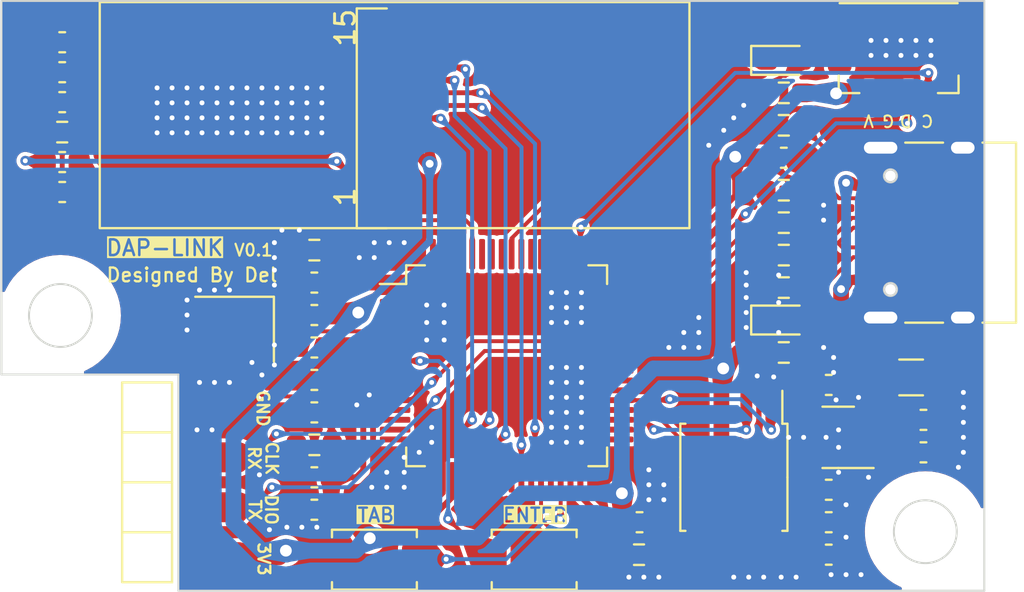
<source format=kicad_pcb>
(kicad_pcb (version 20221018) (generator pcbnew)
  (layers (0 "F.Cu" signal) (31 "B.Cu" signal) (34 "B.Paste" user) (35 "F.Paste" user) (36 "B.SilkS" user "B.Silkscreen") (37 "F.SilkS" user "F.Silkscreen") (38 "B.Mask" user) (39 "F.Mask" user) (44 "Edge.Cuts" user))
  (net 0 "")
  (net 1 "GND")
  (net 2 "+3.3V")
  (net 3 "Net-(OLED1-C2N)")
  (net 4 "Net-(OLED1-C2P)")
  (net 5 "Net-(OLED1-C1N)")
  (net 6 "Net-(OLED1-C1P)")
  (net 7 "Net-(OLED1-VCOMH)")
  (net 8 "Net-(OLED1-VCC)")
  (net 9 "/OSC_IN")
  (net 10 "/OSC_OUT")
  (net 11 "+5V")
  (net 12 "Net-(U3-BP)")
  (net 13 "Net-(D1-A)")
  (net 14 "/LED_STAT")
  (net 15 "Net-(D2-A)")
  (net 16 "VBUS")
  (net 17 "/TX")
  (net 18 "/RX")
  (net 19 "/SWDIO")
  (net 20 "/SWCLK")
  (net 21 "/OLED_CS")
  (net 22 "/OLED_RES")
  (net 23 "/OLED_DC")
  (net 24 "/OLED_SCK")
  (net 25 "/OLED_MOSI")
  (net 26 "Net-(OLED1-IREF)")
  (net 27 "/USB_DP")
  (net 28 "/USB_DM")
  (net 29 "Net-(USB1-CC1)")
  (net 30 "Net-(USB1-CC2)")
  (net 31 "/KEY_CHE")
  (net 32 "/KEY_SEL")
  (net 33 "/FLASH_SCK")
  (net 34 "/FLASH_MISO")
  (net 35 "/FLASH_MOSI")
  (net 36 "/FLASH_CS")
  (net 39 "Net-(U2-NRST)")
  (net 40 "Net-(U2-BOOT0)")
  (net 41 "Net-(U2-PB2)")
  (net 42 "Net-(U2-PA11)")
  (net 43 "Net-(U2-PA12)")
  (footprint "Capacitor_SMD:C_0603_1608Metric_Pad1.08x0.95mm_HandSolder" (layer "F.Cu") (at 85.0905 62.195)
    (fp_text reference "C5" hide)
    (fp_text value "1uF" hide)
  )
  (footprint "Capacitor_SMD:C_0603_1608Metric_Pad1.08x0.95mm_HandSolder" (layer "F.Cu") (at 124.087 82.169 180)
    (fp_text reference "C8" hide)
    (fp_text value "100nF" hide)
  )
  (footprint "Resistor_SMD:R_0603_1608Metric_Pad0.98x0.95mm_HandSolder" (layer "F.Cu") (at 121.801 68.58 180)
    (fp_text reference "R10" hide)
    (fp_text value "5K1" hide)
  )
  (footprint "Package_TO_SOT_SMD:SOT-23-5" (layer "F.Cu") (at 124.5685 76.2 180)
    (fp_text reference "U3" hide)
    (fp_text value "SPX3819M5-L-3-3" hide)
  )
  (footprint "Capacitor_SMD:C_0603_1608Metric_Pad1.08x0.95mm_HandSolder" (layer "F.Cu") (at 114.4615 80.518)
    (fp_text reference "C13" hide)
    (fp_text value "100nF" hide)
  )
  (footprint "ADel:SH1.0mm_4P_WT" (layer "F.Cu") (at 127.643 58.939)
    (fp_text reference "J1" hide)
    (fp_text value "Conn_01x04_Pin" hide)
  )
  (footprint "Package_QFP:LQFP-64_10x10mm_P0.5mm" (layer "F.Cu") (at 107.7 72.557)
    (fp_text reference "U2" hide)
    (fp_text value "STM32F103RETx" hide)
  )
  (footprint "Resistor_SMD:R_0603_1608Metric_Pad0.98x0.95mm_HandSolder" (layer "F.Cu") (at 121.801 65.278)
    (fp_text reference "R8" hide)
    (fp_text value "22R" hide)
  )
  (footprint "Capacitor_SMD:C_0603_1608Metric_Pad1.08x0.95mm_HandSolder" (layer "F.Cu") (at 128.905 75.311)
    (fp_text reference "C17" hide)
    (fp_text value "100nF" hide)
  )
  (footprint "Capacitor_SMD:C_0603_1608Metric_Pad1.08x0.95mm_HandSolder" (layer "F.Cu") (at 85.0905 63.719 180)
    (fp_text reference "C4" hide)
    (fp_text value "1uF" hide)
  )
  (footprint "Capacitor_SMD:C_0603_1608Metric_Pad1.08x0.95mm_HandSolder" (layer "F.Cu") (at 97.917 73.279 180)
    (fp_text reference "C7" hide)
    (fp_text value "20pF" hide)
  )
  (footprint "LED_SMD:LED_0603_1608Metric_Pad1.05x0.95mm_HandSolder" (layer "F.Cu") (at 121.801 57.023)
    (fp_text reference "D2" hide)
    (fp_text value "LED" hide)
  )
  (footprint "Resistor_SMD:R_0603_1608Metric_Pad0.98x0.95mm_HandSolder" (layer "F.Cu") (at 97.917 76.581)
    (fp_text reference "R5" hide)
    (fp_text value "10K" hide)
  )
  (footprint "ADel:TYPE-C-16PIN_SMD" (layer "F.Cu") (at 125.056 65.766 90)
    (fp_text reference "USB1" hide)
    (fp_text value "Type_C_16PIN" hide)
    (fp_circle (center -2.91 2.17) (end -2.585 2.17) (stroke (width 0.12)) (fill none) (layer "Edge.Cuts"))
    (fp_circle (center 2.87 2.17) (end 3.195 2.17) (stroke (width 0.12)) (fill none) (layer "Edge.Cuts"))
  )
  (footprint "Capacitor_SMD:C_0603_1608Metric_Pad1.08x0.95mm_HandSolder" (layer "F.Cu") (at 97.917 71.628 180)
    (fp_text reference "C3" hide)
    (fp_text value "20pF" hide)
  )
  (footprint "Capacitor_SMD:C_0603_1608Metric_Pad1.08x0.95mm_HandSolder" (layer "F.Cu") (at 124.087 73.533)
    (fp_text reference "C18" hide)
    (fp_text value "2.2uF" hide)
  )
  (footprint "ADel:SW_3x4" (layer "F.Cu") (at 100.973 82.423)
    (fp_text reference "SW2" hide)
    (fp_text value "KEY" hide)
  )
  (footprint "Resistor_SMD:R_0603_1608Metric_Pad0.98x0.95mm_HandSolder" (layer "F.Cu") (at 121.801 66.929)
    (fp_text reference "R7" hide)
    (fp_text value "22R" hide)
  )
  (footprint "Resistor_SMD:R_0603_1608Metric_Pad0.98x0.95mm_HandSolder" (layer "F.Cu") (at 114.435 82.169)
    (fp_text reference "R6" hide)
    (fp_text value "10K" hide)
  )
  (footprint "Capacitor_SMD:C_0603_1608Metric_Pad1.08x0.95mm_HandSolder" (layer "F.Cu") (at 97.917 79.883 180)
    (fp_text reference "C10" hide)
    (fp_text value "100nF" hide)
  )
  (footprint "ADel:SW_3x4" (layer "F.Cu") (at 109.101 82.423 180)
    (fp_text reference "SW1" hide)
    (fp_text value "KEY" hide)
  )
  (footprint "Fuse:Fuse_1206_3216Metric" (layer "F.Cu") (at 128.278 73.152)
    (fp_text reference "F1" hide)
    (fp_text value "500mA" hide)
  )
  (footprint "Capacitor_SMD:C_0603_1608Metric_Pad1.08x0.95mm_HandSolder" (layer "F.Cu") (at 97.917 69.977 180)
    (fp_text reference "C14" hide)
    (fp_text value "100nF" hide)
  )
  (footprint "Capacitor_SMD:C_0603_1608Metric_Pad1.08x0.95mm_HandSolder" (layer "F.Cu") (at 97.917 78.232 180)
    (fp_text reference "C11" hide)
    (fp_text value "100nF" hide)
  )
  (footprint "Resistor_SMD:R_0603_1608Metric_Pad0.98x0.95mm_HandSolder" (layer "F.Cu") (at 121.801 58.674)
    (fp_text reference "R3" hide)
    (fp_text value "1K" hide)
  )
  (footprint "Resistor_SMD:R_0603_1608Metric_Pad0.98x0.95mm_HandSolder" (layer "F.Cu") (at 121.801 60.325 180)
    (fp_text reference "R11" hide)
    (fp_text value "5K1" hide)
  )
  (footprint "Capacitor_SMD:C_0603_1608Metric_Pad1.08x0.95mm_HandSolder" (layer "F.Cu") (at 97.917 68.326 180)
    (fp_text reference "C12" hide)
    (fp_text value "100nF" hide)
  )
  (footprint "Capacitor_SMD:C_0603_1608Metric_Pad1.08x0.95mm_HandSolder" (layer "F.Cu") (at 85.0905 57.623 180)
    (fp_text reference "C2" hide)
    (fp_text value "4.7uF" hide)
  )
  (footprint "Capacitor_SMD:C_0603_1608Metric_Pad1.08x0.95mm_HandSolder" (layer "F.Cu") (at 85.0905 59.147 180)
    (fp_text reference "C1" hide)
    (fp_text value "2.2uF" hide)
  )
  (footprint "ADel:0.91_OLED_15P" (layer "F.Cu") (at 101.6 64.5182)
    (fp_text reference "OLED1" hide)
    (fp_text value "~" hide)
  )
  (footprint "Resistor_SMD:R_0603_1608Metric_Pad0.98x0.95mm_HandSolder" (layer "F.Cu") (at 97.917 66.675)
    (fp_text reference "R4" hide)
    (fp_text value "10K" hide)
  )
  (footprint "Capacitor_SMD:C_0603_1608Metric_Pad1.08x0.95mm_HandSolder" (layer "F.Cu") (at 97.917 74.93)
    (fp_text reference "C9" hide)
    (fp_text value "100nF" hide)
  )
  (footprint "ADel:Conn_2.54_01x04_SMD_V" (layer "F.Cu") (at 93.218 78.486 180)
    (fp_text reference "J2" hide)
    (fp_text value "Conn_01x04_Pin" hide)
  )
  (footprint "Resistor_SMD:R_0603_1608Metric_Pad0.98x0.95mm_HandSolder" (layer "F.Cu") (at 121.801 63.627)
    (fp_text reference "R9" hide)
    (fp_text value "1K5" hide)
  )
  (footprint "Resistor_SMD:R_0603_1608Metric_Pad0.98x0.95mm_HandSolder" (layer "F.Cu") (at 85.0905 60.671)
    (fp_text reference "R1" hide)
    (fp_text value "2M" hide)
  )
  (footprint "Capacitor_SMD:C_0603_1608Metric_Pad1.08x0.95mm_HandSolder" (layer "F.Cu") (at 85.0905 56.099 180)
    (fp_text reference "C6" hide)
    (fp_text value "100nF" hide)
  )
  (footprint "Capacitor_SMD:C_0603_1608Metric_Pad1.08x0.95mm_HandSolder" (layer "F.Cu") (at 124.087 78.867)
    (fp_text reference "C19" hide)
    (fp_text value "100nF" hide)
  )
  (footprint "Crystal:Crystal_SMD_3225-4Pin_3.2x2.5mm" (layer "F.Cu") (at 93.8595 70.699 180)
    (fp_text reference "Y1" hide)
    (fp_text value "8MHz" hide)
  )
  (footprint "Resistor_SMD:R_0603_1608Metric_Pad0.98x0.95mm_HandSolder" (layer "F.Cu") (at 121.801 71.882 180)
    (fp_text reference "R2" hide)
    (fp_text value "1K" hide)
  )
  (footprint "Package_SO:SOIC-8_5.23x5.23mm_P1.27mm" (layer "F.Cu") (at 119.261 78.232 -90)
    (fp_text reference "U1" hide)
    (fp_text value "W25Q32JVSS" hide)
  )
  (footprint "Capacitor_SMD:C_0603_1608Metric_Pad1.08x0.95mm_HandSolder" (layer "F.Cu") (at 121.801 61.976)
    (fp_text reference "C15" hide)
    (fp_text value "100nF" hide)
  )
  (footprint "Capacitor_SMD:C_0603_1608Metric_Pad1.08x0.95mm_HandSolder" (layer "F.Cu") (at 128.905 76.962)
    (fp_text reference "C16" hide)
    (fp_text value "10uF" hide)
  )
  (footprint "Capacitor_SMD:C_0603_1608Metric_Pad1.08x0.95mm_HandSolder" (layer "F.Cu") (at 124.087 80.518)
    (fp_text reference "C20" hide)
    (fp_text value "10uF" hide)
  )
  (footprint "LED_SMD:LED_0603_1608Metric_Pad1.05x0.95mm_HandSolder" (layer "F.Cu") (at 121.801 70.231)
    (fp_text reference "D1" hide)
    (fp_text value "LED" hide)
  )
  (gr_line (start 132 84) (end 132 54) (stroke (width 0.1)) (layer "Edge.Cuts"))
  (gr_line (start 91 73) (end 82 73) (stroke (width 0.1)) (layer "Edge.Cuts"))
  (gr_line (start 91 84) (end 132 84) (stroke (width 0.1)) (layer "Edge.Cuts"))
  (gr_circle (center 85 70) (end 86.6 70) (stroke (width 0.1)) (fill none) (layer "Edge.Cuts"))
  (gr_circle (center 129 81) (end 130.6 81) (stroke (width 0.1)) (fill none) (layer "Edge.Cuts"))
  (gr_line (start 82 54) (end 82 73) (stroke (width 0.1)) (layer "Edge.Cuts"))
  (gr_line (start 91 84) (end 91 73) (stroke (width 0.1)) (layer "Edge.Cuts"))
  (gr_line (start 132 54) (end 82 54) (stroke (width 0.1)) (layer "Edge.Cuts"))
  (gr_text "DAP-LINK" (at 87.249 67.0306) (layer "F.SilkS" knockout) (effects (font (size 0.8 0.8) (thickness 0.13)) (justify left bottom)))
  (gr_text "DIO" (at 95.377 79.0448 -90) (layer "F.SilkS") (effects (font (size 0.6 0.6) (thickness 0.12) bold) (justify left bottom)))
  (gr_text "D" (at 128.3716 59.7408 180) (layer "F.SilkS") (effects (font (size 0.6 0.6) (thickness 0.1) bold) (justify left bottom)))
  (gr_text "V0.1" (at 93.7768 67.0306) (layer "F.SilkS") (effects (font (size 0.6 0.6) (thickness 0.11) bold) (justify left bottom)))
  (gr_text "CLK" (at 95.4024 76.3524 -90) (layer "F.SilkS") (effects (font (size 0.6 0.6) (thickness 0.12) bold) (justify left bottom)))
  (gr_text "V" (at 126.4412 59.7408 180) (layer "F.SilkS") (effects (font (size 0.6 0.6) (thickness 0.1) bold) (justify left bottom)))
  (gr_text "RX" (at 94.5134 76.581 270) (layer "F.SilkS") (effects (font (size 0.6 0.6) (thickness 0.12) bold) (justify left bottom)))
  (gr_text "Designed By Del" (at 87.2744 68.3514) (layer "F.SilkS") (effects (font (size 0.7 0.7) (thickness 0.12) bold) (justify left bottom)))
  (gr_text "3V3" (at 94.996 81.4832 -90) (layer "F.SilkS") (effects (font (size 0.6 0.6) (thickness 0.12) bold) (justify left bottom)))
  (gr_text "G" (at 127.4826 59.7408 180) (layer "F.SilkS") (effects (font (size 0.6 0.6) (thickness 0.1) bold) (justify left bottom)))
  (gr_text "C" (at 129.4638 59.7408 180) (layer "F.SilkS") (effects (font (size 0.6 0.6) (thickness 0.1) bold) (justify left bottom)))
  (gr_text "TAB" (at 100.0506 80.5688) (layer "F.SilkS" knockout) (effects (font (size 0.7 0.7) (thickness 0.12) bold) (justify left bottom)))
  (gr_text "TX" (at 94.5388 79.2988 270) (layer "F.SilkS") (effects (font (size 0.6 0.6) (thickness 0.12) bold) (justify left bottom)))
  (gr_text "GND" (at 94.9452 73.7362 -90) (layer "F.SilkS") (effects (font (size 0.6 0.6) (thickness 0.12) bold) (justify left bottom)))
  (gr_text "ENTER" (at 107.442 80.5688) (layer "F.SilkS" knockout) (effects (font (size 0.7 0.7) (thickness 0.12) bold) (justify left bottom)))
  (via (at 95.25 73.025) (size 0.5) (drill 0.25) (layers "F.Cu" "B.Cu") (net 1))
  (via (at 96.774 59.182) (size 0.5) (drill 0.25) (layers "F.Cu" "B.Cu") (net 1))
  (via (at 110.744 68.834) (size 0.5) (drill 0.25) (layers "F.Cu" "B.Cu") (net 1))
  (via (at 92.837 68.707) (size 0.5) (drill 0.25) (layers "F.Cu" "B.Cu") (net 1))
  (via (at 121.539 67.945) (size 0.5) (drill 0.25) (layers "F.Cu" "B.Cu") (net 1))
  (via (at 122.428 83.312) (size 0.5) (drill 0.25) (layers "F.Cu" "B.Cu") (net 1))
  (via (at 95.25 59.944) (size 0.5) (drill 0.25) (layers "F.Cu" "B.Cu") (net 1))
  (via (at 90.678 59.182) (size 0.5) (drill 0.25) (layers "F.Cu" "B.Cu") (net 1))
  (via (at 117.475 71.628) (size 0.5) (drill 0.25) (layers "F.Cu" "B.Cu") (net 1))
  (via (at 116.713 71.628) (size 0.5) (drill 0.25) (layers "F.Cu" "B.Cu") (net 1))
  (via (at 103.886 76.454) (size 0.5) (drill 0.25) (layers "F.Cu" "B.Cu") (net 1))
  (via (at 110.744 75.692) (size 0.5) (drill 0.25) (layers "F.Cu" "B.Cu") (net 1))
  (via (at 127 56.007) (size 0.5) (drill 0.25) (layers "F.Cu" "B.Cu") (net 1))
  (via (at 95.25 58.42) (size 0.5) (drill 0.25) (layers "F.Cu" "B.Cu") (net 1))
  (via (at 119.888 70.612) (size 0.5) (drill 0.25) (layers "F.Cu" "B.Cu") (net 1))
  (via (at 129.286 56.007) (size 0.5) (drill 0.25) (layers "F.Cu" "B.Cu") (net 1))
  (via (at 124.587 76.708) (size 0.5) (drill 0.25) (layers "F.Cu" "B.Cu") (net 1))
  (via (at 130.937 76.2) (size 0.5) (drill 0.25) (layers "F.Cu" "B.Cu") (net 1))
  (via (at 111.506 68.834) (size 0.5) (drill 0.25) (layers "F.Cu" "B.Cu") (net 1))
  (via (at 94.488 60.706) (size 0.5) (drill 0.25) (layers "F.Cu" "B.Cu") (net 1))
  (via (at 97.536 60.706) (size 0.5) (drill 0.25) (layers "F.Cu" "B.Cu") (net 1))
  (via (at 92.964 60.706) (size 0.5) (drill 0.25) (layers "F.Cu" "B.Cu") (net 1))
  (via (at 100.965 66.294) (size 0.5) (drill 0.25) (layers "F.Cu" "B.Cu") (net 1))
  (via (at 91.44 59.944) (size 0.5) (drill 0.25) (layers "F.Cu" "B.Cu") (net 1))
  (via (at 102.489 77.978) (size 0.5) (drill 0.25) (layers "F.Cu" "B.Cu") (net 1))
  (via (at 119.888 67.818) (size 0.5) (drill 0.25) (layers "F.Cu" "B.Cu") (net 1))
  (via (at 93.726 58.42) (size 0.5) (drill 0.25) (layers "F.Cu" "B.Cu") (net 1))
  (via (at 113.919 83.312) (size 0.5) (drill 0.25) (layers "F.Cu" "B.Cu") (net 1))
  (via (at 123.952 76.2) (size 0.5) (drill 0.25) (layers "F.Cu" "B.Cu") (net 1))
  (via (at 120.015 83.312) (size 0.5) (drill 0.25) (layers "F.Cu" "B.Cu") (net 1))
  (via (at 92.71 75.819) (size 0.5) (drill 0.25) (layers "F.Cu" "B.Cu") (net 1))
  (via (at 95.885 66.294) (size 0.5) (drill 0.25) (layers "F.Cu" "B.Cu") (net 1))
  (via (at 128.524 56.769) (size 0.5) (drill 0.25) (layers "F.Cu" "B.Cu") (net 1))
  (via (at 123.825 65.151) (size 0.5) (drill 0.25) (layers "F.Cu" "B.Cu") (net 1))
  (via (at 101.727 66.294) (size 0.5) (drill 0.25) (layers "F.Cu" "B.Cu") (net 1))
  (via (at 104.521 71.247) (size 0.5) (drill 0.25) (layers "F.Cu" "B.Cu") (net 1))
  (via (at 117.475 70.866) (size 0.5) (drill 0.25) (layers "F.Cu" "B.Cu") (net 1))
  (via (at 116.713 70.866) (size 0.5) (drill 0.25) (layers "F.Cu" "B.Cu") (net 1))
  (via (at 100.711 74.041) (size 0.5) (drill 0.25) (layers "F.Cu" "B.Cu") (net 1))
  (via (at 89.916 58.42) (size 0.5) (drill 0.25) (layers "F.Cu" "B.Cu") (net 1))
  (via (at 104.521 69.469) (size 0.5) (drill 0.25) (layers "F.Cu" "B.Cu") (net 1))
  (via (at 119.253 83.312) (size 0.5) (drill 0.25) (layers "F.Cu" "B.Cu") (net 1))
  (via (at 93.599 73.406) (size 0.5) (drill 0.25) (layers "F.Cu" "B.Cu") (net 1))
  (via (at 109.982 74.93) (size 0.5) (drill 0.25) (layers "F.Cu" "B.Cu") (net 1))
  (via (at 95.25 59.182) (size 0.5) (drill 0.25) (layers "F.Cu" "B.Cu") (net 1))
  (via (at 92.202 60.706) (size 0.5) (drill 0.25) (layers "F.Cu" "B.Cu") (net 1))
  (via (at 110.744 69.596) (size 0.5) (drill 0.25) (layers "F.Cu" "B.Cu") (net 1))
  (via (at 92.202 58.42) (size 0.5) (drill 0.25) (layers "F.Cu" "B.Cu") (net 1))
  (via (at 94.742 72.39) (size 0.5) (drill 0.25) (layers "F.Cu" "B.Cu") (net 1))
  (via (at 114.935 78.613) (size 0.5) (drill 0.25) (layers "F.Cu" "B.Cu") (net 1))
  (via (at 114.681 83.312) (size 0.5) (drill 0.25) (layers "F.Cu" "B.Cu") (net 1))
  (via (at 114.935 77.851) (size 0.5) (drill 0.25) (layers "F.Cu" "B.Cu") (net 1))
  (via (at 103.886 75.692) (size 0.5) (drill 0.25) (layers "F.Cu" "B.Cu") (net 1))
  (via (at 97.282 80.772) (size 0.5) (drill 0.25) (layers "F.Cu" "B.Cu") (net 1))
  (via (at 130.937 76.962) (size 0.5) (drill 0.25) (layers "F.Cu" "B.Cu") (net 1))
  (via (at 94.488 58.42) (size 0.5) (drill 0.25) (layers "F.Cu" "B.Cu") (net 1))
  (via (at 96.774 58.42) (size 0.5) (drill 0.25) (layers "F.Cu" "B.Cu") (net 1))
  (via (at 92.964 58.42) (size 0.5) (drill 0.25) (layers "F.Cu" "B.Cu") (net 1))
  (via (at 130.937 75.438) (size 0.5) (drill 0.25) (layers "F.Cu" "B.Cu") (net 1))
  (via (at 98.298 60.706) (size 0.5) (drill 0.25) (layers "F.Cu" "B.Cu") (net 1))
  (via (at 115.697 79.375) (size 0.5) (drill 0.25) (layers "F.Cu" "B.Cu") (net 1))
  (via (at 102.489 78.74) (size 0.5) (drill 0.25) (layers "F.Cu" "B.Cu") (net 1))
  (via (at 127.762 56.007) (size 0.5) (drill 0.25) (layers "F.Cu" "B.Cu") (net 1))
  (via (at 119.253 59.944) (size 0.5) (drill 0.25) (layers "F.Cu" "B.Cu") (net 1))
  (via (at 111.506 69.596) (size 0.5) (drill 0.25) (layers "F.Cu" "B.Cu") (net 1))
  (via (at 110.744 74.168) (size 0.5) (drill 0.25) (layers "F.Cu" "B.Cu") (net 1))
  (via (at 92.202 59.182) (size 0.5) (drill 0.25) (layers "F.Cu" "B.Cu") (net 1))
  (via (at 92.075 68.707) (size 0.5) (drill 0.25) (layers "F.Cu" "B.Cu") (net 1))
  (via (at 98.298 59.944) (size 0.5) (drill 0.25) (layers "F.Cu" "B.Cu") (net 1))
  (via (at 109.982 70.358) (size 0.5) (drill 0.25) (layers "F.Cu" "B.Cu") (net 1))
  (via (at 111.506 75.692) (size 0.5) (drill 0.25) (layers "F.Cu" "B.Cu") (net 1))
  (via (at 123.825 71.628) (size 0.5) (drill 0.25) (layers "F.Cu" "B.Cu") (net 1))
  (via (at 124.46 74.295) (size 0.5) (drill 0.25) (layers "F.Cu" "B.Cu") (net 1))
  (via (at 110.744 70.358) (size 0.5) (drill 0.25) (layers "F.Cu" "B.Cu") (net 1))
  (via (at 89.916 59.944) (size 0.5) (drill 0.25) (layers "F.Cu" "B.Cu") (net 1))
  (via (at 97.536 58.42) (size 0.5) (drill 0.25) (layers "F.Cu" "B.Cu") (net 1))
  (via (at 95.25 60.706) (size 0.5) (drill 0.25) (layers "F.Cu" "B.Cu") (net 1))
  (via (at 119.888 69.088) (size 0.5) (drill 0.25) (layers "F.Cu" "B.Cu") (net 1))
  (via (at 130.937 74.676) (size 0.5) (drill 0.25) (layers "F.Cu" "B.Cu") (net 1))
  (via (at 120.4468 73.0758) (size 0.5) (drill 0.25) (layers "F.Cu" "B.Cu") (net 1))
  (via (at 126.111 78.232) (size 0.5) (drill 0.25) (layers "F.Cu" "B.Cu") (net 1))
  (via (at 93.599 68.707) (size 0.5) (drill 0.25) (layers "F.Cu" "B.Cu") (net 1))
  (via (at 128.524 56.007) (size 0.5) (drill 0.25) (layers "F.Cu" "B.Cu") (net 1))
  (via (at 93.726 59.182) (size 0.5) (drill 0.25) (layers "F.Cu" "B.Cu") (net 1))
  (via (at 94.488 59.182) (size 0.5) (drill 0.25) (layers "F.Cu" "B.Cu") (net 1))
  (via (at 102.489 77.216) (size 0.5) (drill 0.25) (layers "F.Cu" "B.Cu") (net 1))
  (via (at 109.982 74.168) (size 0.5) (drill 0.25) (layers "F.Cu" "B.Cu") (net 1))
  (via (at 96.012 60.706) (size 0.5) (drill 0.25) (layers "F.Cu" "B.Cu") (net 1))
  (via (at 110.744 73.406) (size 0.5) (drill 0.25) (layers "F.Cu" "B.Cu") (net 1))
  (via (at 130.683 77.724) (size 0.5) (drill 0.25) (layers "F.Cu" "B.Cu") (net 1))
  (via (at 92.964 59.182) (size 0.5) (drill 0.25) (layers "F.Cu" "B.Cu") (net 1))
  (via (at 95.885 72.517) (size 0.5) (drill 0.25) (layers "F.Cu" "B.Cu") (net 1))
  (via (at 97.155 65.659) (size 0.5) (drill 0.25) (layers "F.Cu" "B.Cu") (net 1))
  (via (at 121.285 73.1266) (size 0.5) (drill 0.25) (layers "F.Cu" "B.Cu") (net 1))
  (via (at 124.206 83.185) (size 0.5) (drill 0.25) (layers "F.Cu" "B.Cu") (net 1))
  (via (at 91.44 69.977) (size 0.5) (drill 0.25) (layers "F.Cu" "B.Cu") (net 1))
  (via (at 100.076 74.549) (size 0.5) (drill 0.25) (layers "F.Cu" "B.Cu") (net 1))
  (via (at 109.982 72.644) (size 0.5) (drill 0.25) (layers "F.Cu" "B.Cu") (net 1))
  (via (at 91.44 70.739) (size 0.5) (drill 0.25) (layers "F.Cu" "B.Cu") (net 1))
  (via (at 126.238 56.007) (size 0.5) (drill 0.25) (layers "F.Cu" "B.Cu") (net 1))
  (via (at 109.982 68.834) (size 0.5) (drill 0.25) (layers "F.Cu" "B.Cu") (net 1))
  (via (at 114.935 79.375) (size 0.5) (drill 0.25) (layers "F.Cu" "B.Cu") (net 1))
  (via (at 119.888 68.453) (size 0.5) (drill 0.25) (layers "F.Cu" "B.Cu") (net 1))
  (via (at 96.012 59.944) (size 0.5) (drill 0.25) (layers "F.Cu" "B.Cu") (net 1))
  (via (at 96.774 59.944) (size 0.5) (drill 0.25) (layers "F.Cu" "B.Cu") (net 1))
  (via (at 96.266 65.659) (size 0.5) (drill 0.25) (layers "F.Cu" "B.Cu") (net 1))
  (via (at 97.536 59.944) (size 0.5) (drill 0.25) (layers "F.Cu" "B.Cu") (net 1))
  (via (at 127 56.769) (size 0.5) (drill 0.25) (layers "F.Cu" "B.Cu") (net 1))
  (via (at 95.885 68.453) (size 0.5) (drill 0.25) (layers "F.Cu" "B.Cu") (net 1))
  (via (at 111.506 76.454) (size 0.5) (drill 0.25) (layers "F.Cu" "B.Cu") (net 1))
  (via (at 109.982 76.454) (size 0.5) (drill 0.25) (layers "F.Cu" "B.Cu") (net 1))
  (via (at 117.475 70.104) (size 0.5) (drill 0.25) (layers "F.Cu" "B.Cu") (net 1))
  (via (at 119.888 69.85) (size 0.5) (drill 0.25) (layers "F.Cu" "B.Cu") (net 1))
  (via (at 100.965 67.056) (size 0.5) (drill 0.25) (layers "F.Cu" "B.Cu") (net 1))
  (via (at 104.521 70.358) (size 0.5) (drill 0.25) (layers "F.Cu" "B.Cu") (net 1))
  (via (at 111.506 70.358) (size 0.5) (drill 0.25) (layers "F.Cu" "B.Cu") (net 1))
  (via (at 89.916 59.182) (size 0.5) (drill 0.25) (layers "F.Cu" "B.Cu") (net 1))
  (via (at 96.774 60.706) (size 0.5) (drill 0.25) (layers "F.Cu" "B.Cu") (net 1))
  (via (at 124.968 83.185) (size 0.5) (drill 0.25) (layers "F.Cu" "B.Cu") (net 1))
  (via (at 101.6 77.978) (size 0.5) (drill 0.25) (layers "F.Cu" "B.Cu") (net 1))
  (via (at 92.837 73.406) (size 0.5) (drill 0.25) (layers "F.Cu" "B.Cu") (net 1))
  (via (at 96.012 58.42) (size 0.5) (drill 0.25) (layers "F.Cu" "B.Cu") (net 1))
  (via (at 109.982 73.406) (size 0.5) (drill 0.25) (layers "F.Cu" "B.Cu") (net 1))
  (via (at 110.744 74.93) (size 0.5) (drill 0.25) (layers "F.Cu" "B.Cu") (net 1))
  (via (at 125.603 74.168) (size 0.5) (drill 0.25) (layers "F.Cu" "B.Cu") (net 1))
  (via (at 110.744 76.454) (size 0.5) (drill 0.25) (layers "F.Cu" "B.Cu") (net 1))
  (via (at 124.968 79.629) (size 0.5) (drill 0.25) (layers "F.Cu" "B.Cu") (net 1))
  (via (at 122.047 76.2) (size 0.5) (drill 0.25) (layers "F.Cu" "B.Cu") (net 1))
  (via (at 96.52 80.772) (size 0.5) (drill 0.25) (layers "F.Cu" "B.Cu") (net 1))
  (via (at 103.632 71.247) (size 0.5) (drill 0.25) (layers "F.Cu" "B.Cu") (net 1))
  (via (at 127.762 56.769) (size 0.5) (drill 0.25) (layers "F.Cu" "B.Cu") (net 1))
  (via (at 109.982 69.596) (size 0.5) (drill 0.25) (layers "F.Cu" "B.Cu") (net 1))
  (via (at 94.488 59.944) (size 0.5) (drill 0.25) (layers "F.Cu" "B.Cu") (net 1))
  (via (at 121.539 69.342) (size 0.5) (drill 0.25) (layers "F.Cu" "B.Cu") (net 1))
  (via (at 121.539 70.866) (size 0.5) (drill 0.25) (layers "F.Cu" "B.Cu") (net 1))
  (via (at 130.937 73.914) (size 0.5) (drill 0.25) (layers "F.Cu" "B.Cu") (net 1))
  (via (at 115.443 83.312) (size 0.5) (drill 0.25) (layers "F.Cu" "B.Cu") (net 1))
  (via (at 91.44 58.42) (size 0.5) (drill 0.25) (layers "F.Cu" "B.Cu") (net 1))
  (via (at 91.44 59.182) (size 0.5) (drill 0.25) (layers "F.Cu" "B.Cu") (net 1))
  (via (at 91.44 69.215) (size 0.5) (drill 0.25) (layers "F.Cu" "B.Cu") (net 1))
  (via (at 92.075 73.406) (size 0.5) (drill 0.25) (layers "F.Cu" "B.Cu") (net 1))
  (via (at 124.333 72.136) (size 0.5) (drill 0.25) (layers "F.Cu" "B.Cu") (net 1))
  (via (at 93.726 60.706) (size 0.5) (drill 0.25) (layers "F.Cu" "B.Cu") (net 1))
  (via (at 96.012 59.182) (size 0.5) (drill 0.25) (layers "F.Cu" "B.Cu") (net 1))
  (via (at 129.286 56.769) (size 0.5) (drill 0.25) (layers "F.Cu" "B.Cu") (net 1))
  (via (at 92.964 59.944) (size 0.5) (drill 0.25) (layers "F.Cu" "B.Cu") (net 1))
  (via (at 115.697 78.613) (size 0.5) (drill 0.25) (layers "F.Cu" "B.Cu") (net 1))
  (via (at 90.678 59.944) (size 0.5) (drill 0.25) (layers "F.Cu" "B.Cu") (net 1))
  (via (at 115.951 71.628) (size 0.5) (drill 0.25) (layers "F.Cu" "B.Cu") (net 1))
  (via (at 103.632 69.469) (size 0.5) (drill 0.25) (layers "F.Cu" "B.Cu") (net 1))
  (via (at 111.506 74.168) (size 0.5) (drill 0.25) (layers "F.Cu" "B.Cu") (net 1))
  (via (at 91.44 60.706) (size 0.5) (drill 0.25) (layers "F.Cu" "B.Cu") (net 1))
  (via (at 92.202 59.944) (size 0.5) (drill 0.25) (layers "F.Cu" "B.Cu") (net 1))
  (via (at 125.73 83.185) (size 0.5) (drill 0.25) (layers "F.Cu" "B.Cu") (net 1))
  (via (at 103.632 70.358) (size 0.5) (drill 0.25) (layers "F.Cu" "B.Cu") (net 1))
  (via (at 110.744 72.644) (size 0.5) (drill 0.25) (layers "F.Cu" "B.Cu") (net 1))
  (via (at 117.983 61.341) (size 0.5) (drill 0.25) (layers "F.Cu" "B.Cu") (net 1))
  (via (at 101.6 78.74) (size 0.5) (drill 0.25) (layers "F.Cu" "B.Cu") (net 1))
  (via (at 98.044 80.772) (size 0.5) (drill 0.25) (layers "F.Cu" "B.Cu") (net 1))
  (via (at 124.333 72.898) (size 0.5) (drill 0.25) (layers "F.Cu" "B.Cu") (net 1))
  (via (at 95.885 67.056) (size 0.5) (drill 0.25) (layers "F.Cu" "B.Cu") (net 1))
  (via (at 111.506 73.406) (size 0.5) (drill 0.25) (layers "F.Cu" "B.Cu") (net 1))
  (via (at 98.298 58.42) (size 0.5) (drill 0.25) (layers "F.Cu" "B.Cu") (net 1))
  (via (at 93.726 59.944) (size 0.5) (drill 0.25) (layers "F.Cu" "B.Cu") (net 1))
  (via (at 111.506 72.644) (size 0.5) (drill 0.25) (layers "F.Cu" "B.Cu") (net 1))
  (via (at 111.506 74.93) (size 0.5) (drill 0.25) (layers "F.Cu" "B.Cu") (net 1))
  (via (at 98.298 59.182) (size 0.5) (drill 0.25) (layers "F.Cu" "B.Cu") (net 1))
  (via (at 95.885 71.501) (size 0.5) (drill 0.25) (layers "F.Cu" "B.Cu") (net 1))
  (via (at 120.777 83.312) (size 0.5) (drill 0.25) (layers "F.Cu" "B.Cu") (net 1))
  (via (at 95.123 78.105) (size 0.5) (drill 0.25) (layers "F.Cu" "B.Cu") (net 1))
  (via (at 122.809 76.2) (size 0.5) (drill 0.25) (layers "F.Cu" "B.Cu") (net 1))
  (via (at 90.678 58.42) (size 0.5) (drill 0.25) (layers "F.Cu" "B.Cu") (net 1))
  (via (at 100.203 67.056) (size 0.5) (drill 0.25) (layers "F.Cu" "B.Cu") (net 1))
  (via (at 118.745 60.579) (size 0.5) (drill 0.25) (layers "F.Cu" "B.Cu") (net 1))
  (via (at 121.666 83.312) (size 0.5) (drill 0.25) (layers "F.Cu" "B.Cu") (net 1))
  (via (at 123.825 64.389) (size 0.5) (drill 0.25) (layers "F.Cu" "B.Cu") (net 1))
  (via (at 95.631 80.899) (size 0.5) (drill 0.25) (layers "F.Cu" "B.Cu") (net 1))
  (via (at 109.982 75.692) (size 0.5) (drill 0.25) (layers "F.Cu" "B.Cu") (net 1))
  (via (at 124.587 77.978) (size 0.5) (drill 0.25) (layers "F.Cu" "B.Cu") (net 1))
  (via (at 102.489 66.294) (size 0.5) (drill 0.25) (layers "F.Cu" "B.Cu") (net 1))
  (via (at 103.251 76.962) (size 0.5) (drill 0.25) (layers "F.Cu" "B.Cu") (net 1))
  (via (at 126.238 56.769) (size 0.5) (drill 0.25) (layers "F.Cu" "B.Cu") (net 1))
  (via (at 89.916 60.706) (size 0.5) (drill 0.25) (layers "F.Cu" "B.Cu") (net 1))
  (via (at 124.587 75.819) (size 0.5) (drill 0.25) (layers "F.Cu" "B.Cu") (net 1))
  (via (at 91.948 75.819) (size 0.5) (drill 0.25) (layers "F.Cu" "B.Cu") (net 1))
  (via (at 124.968 81.28) (size 0.5) (drill 0.25) (layers "F.Cu" "B.Cu") (net 1))
  (via (at 90.678 60.706) (size 0.5) (drill 0.25) (layers "F.Cu" "B.Cu") (net 1))
  (via (at 100.838 78.74) (size 0.5) (drill 0.25) (layers "F.Cu" "B.Cu") (net 1))
  (via (at 119.761 59.309) (size 0.5) (drill 0.25) (layers "F.Cu" "B.Cu") (net 1))
  (via (at 95.885 67.691) (size 0.5) (drill 0.25) (layers "F.Cu" "B.Cu") (net 1))
  (via (at 97.536 59.182) (size 0.5) (drill 0.25) (layers "F.Cu" "B.Cu") (net 1))
  (segment (start 98.7795 79.883) (end 98.7795 78.232) (width 0.8) (layer "F.Cu") (net 2))
  (segment (start 100.4062 77.8764) (end 100.4062 75.3618) (width 0.3) (layer "F.Cu") (net 2))
  (segment (start 123.2245 82.169) (end 120.233 82.169) (width 0.8) (layer "F.Cu") (net 2))
  (segment (start 118.6942 72.6948) (end 118.7196 72.6948) (width 0.8) (layer "F.Cu") (net 2))
  (segment (start 98.6555 78.232) (end 97.0045 76.581) (width 0.35) (layer "F.Cu") (net 2))
  (segment (start 118.7196 72.6948) (end 118.7196 72.6694) (width 0.8) (layer "F.Cu") (net 2))
  (segment (start 103.7844 61.2648) (end 103.1378 60.6182) (width 0.35) (layer "F.Cu") (net 2))
  (segment (start 118.626 72.763) (end 118.6942 72.6948) (width 0.8) (layer "F.Cu") (net 2))
  (segment (start 111.45 79.192) (end 112.776 80.518) (width 0.3) (layer "F.Cu") (net 2))
  (segment (start 103.4288 68.326) (end 103.95 67.8048) (width 0.3) (layer "F.Cu") (net 2))
  (segment (start 118.626 76.3096) (end 118.626 74.632) (width 0.8) (layer "F.Cu") (net 2))
  (segment (start 98.8049 79.9084) (end 98.7795 79.883) (width 0.3) (layer "F.Cu") (net 2))
  (segment (start 104.95 78.232) (end 104.95 79.2254) (width 0.3) (layer "F.Cu") (net 2))
  (segment (start 120.8877 61.9252) (end 120.9385 61.976) (width 0.8) (layer "F.Cu") (net 2))
  (segment (start 123.3685 77.15) (end 123.3685 82.025) (width 0.8) (layer "F.Cu") (net 2))
  (segment (start 96.4692 81.9658) (end 96.139 82.296) (width 0.8) (layer "F.Cu") (net 2))
  (segment (start 113.375 68.807) (end 114.4286 68.807) (width 0.3) (layer "F.Cu") (net 2))
  (segment (start 100.1522 69.803759) (end 101.148959 68.807) (width 0.3) (layer "F.Cu") (net 2))
  (segment (start 100.7364 81.3054) (end 99.314 79.883) (width 0.8) (layer "F.Cu") (net 2))
  (segment (start 113.5634 80.4824) (end 113.599 80.518) (width 0.8) (layer "F.Cu") (net 2))
  (segment (start 100.961 74.807) (end 102.025 74.807) (width 0.3) (layer "F.Cu") (net 2))
  (segment (start 98.7795 69.977) (end 98.7795 68.326) (width 0.8) (layer "F.Cu") (net 2))
  (segment (start 101.148959 68.807) (end 102.025 68.807) (width 0.3) (layer "F.Cu") (net 2))
  (segment (start 126.143 58.939) (end 125.878 58.674) (width 0.8) (layer "F.Cu") (net 2))
  (segment (start 119.507 71.882) (end 120.8885 71.882) (width 0.8) (layer "F.Cu") (net 2))
  (segment (start 104.267 79.9084) (end 98.8049 79.9084) (width 0.3) (layer "F.Cu") (net 2))
  (segment (start 100.4062 75.3618) (end 100.961 74.807) (width 0.3) (layer "F.Cu") (net 2))
  (segment (start 122.7135 63.627) (end 122.5895 63.627) (width 0.35) (layer "F.Cu") (net 2))
  (segment (start 111.45 78.232) (end 111.45 79.192) (width 0.3) (layer "F.Cu") (net 2))
  (segment (start 100.1522 69.85) (end 98.9065 69.85) (width 0.8) (layer "F.Cu") (net 2))
  (segment (start 119.9896 81.7384) (end 119.9896 77.6732) (width 0.8) (layer "F.Cu") (net 2))
  (segment (start 124.46 58.6994) (end 124.4346 58.674) (width 0.8) (layer "F.Cu") (net 2))
  (segment (start 113.5634 79.0448) (end 113.5634 80.4824) (width 0.8) (layer "F.Cu") (net 2))
  (segment (start 100.7364 81.3308) (end 100.7364 81.3054) (width 0.8) (layer "F.Cu") (net 2))
  (segment (start 119.9896 77.6732) (end 118.626 76.3096) (width 0.8) (layer "F.Cu") (net 2))
  (segment (start 100.1522 69.85) (end 100.1522 69.803759) (width 0.3) (layer "F.Cu") (net 2))
  (segment (start 118.7196 72.6694) (end 119.507 71.882) (width 0.8) (layer "F.Cu") (net 2))
  (segment (start 96.139 82.296) (end 93.218 82.296) (width 0.8) (layer "F.Cu") (net 2))
  (segment (start 112.776 80.518) (end 113.599 80.518) (width 0.3) (layer "F.Cu") (net 2))
  (segment (start 98.9065 69.85) (end 98.7795 69.977) (width 0.8) (layer "F.Cu") (net 2))
  (segment (start 98.7795 78.232) (end 100.0506 78.232) (width 0.3) (layer "F.Cu") (net 2))
  (segment (start 103.95 67.8048) (end 103.95 66.882) (width 0.3) (layer "F.Cu") (net 2))
  (segment (start 119.3292 61.9252) (end 120.8877 61.9252) (width 0.8) (layer "F.Cu") (net 2))
  (segment (start 103.7844 62.2808) (end 103.4218 61.9182) (width 0.35) (layer "F.Cu") (net 2))
  (segment (start 103.7844 62.2808) (end 103.7844 61.2648) (width 0.35) (layer "F.Cu") (net 2))
  (segment (start 119.3292 63.9064) (end 119.3292 61.9252) (width 0.3) (layer "F.Cu") (net 2))
  (segment (start 114.4286 68.807) (end 119.3292 63.9064) (width 0.3) (layer "F.Cu") (net 2))
  (segment (start 123.3685 82.025) (end 123.2245 82.169) (width 0.8) (layer "F.Cu") (net 2))
  (segment (start 99.314 79.883) (end 98.7795 79.883) (width 0.8) (layer "F.Cu") (net 2))
  (segment (start 118.626 74.632) (end 118.626 72.763) (width 0.8) (layer "F.Cu") (net 2))
  (segment (start 103.4218 61.9182) (end 101.6 61.9182) (width 0.35) (layer "F.Cu") (net 2))
  (segment (start 98.7795 68.326) (end 103.4288 68.326) (width 0.8) (layer "F.Cu") (net 2))
  (segment (start 100.0506 78.232) (end 100.4062 77.8764) (width 0.3) (layer "F.Cu") (net 2))
  (segment (start 125.878 58.674) (end 124.4854 58.674) (width 0.8) (layer "F.Cu") (net 2))
  (segment (start 124.4346 58.674) (end 122.7135 58.674) (width 0.8) (layer "F.Cu") (net 2))
  (segment (start 122.5895 63.627) (end 120.9385 61.976) (width 0.35) (layer "F.Cu") (net 2))
  (segment (start 103.1378 60.6182) (end 101.6 60.6182) (width 0.35) (layer "F.Cu") (net 2))
  (segment (start 104.95 79.2254) (end 104.267 79.9084) (width 0.3) (layer "F.Cu") (net 2))
  (segment (start 98.7795 78.232) (end 98.6555 78.232) (width 0.35) (layer "F.Cu") (net 2))
  (segment (start 124.4854 58.674) (end 124.46 58.6994) (width 0.8) (layer "F.Cu") (net 2))
  (via (at 103.7844 62.2808) (size 0.8) (drill 0.4) (layers "F.Cu" "B.Cu") (net 2))
  (via (at 96.4692 81.9658) (size 1.2) (drill 0.6) (layers "F.Cu" "B.Cu") (net 2))
  (via (at 124.46 58.6994) (size 1.2) (drill 0.6) (layers "F.Cu" "B.Cu") (net 2))
  (via (at 100.7364 81.3308) (size 1.2) (drill 0.6) (layers "F.Cu" "B.Cu") (net 2))
  (via (at 100.1522 69.85) (size 1.2) (drill 0.6) (layers "F.Cu" "B.Cu") (net 2))
  (via (at 119.3292 61.9252) (size 1.2) (drill 0.6) (layers "F.Cu" "B.Cu") (net 2))
  (via (at 113.5634 79.0448) (size 1.2) (drill 0.6) (layers "F.Cu" "B.Cu") (net 2))
  (via (at 118.7196 72.6948) (size 1.2) (drill 0.6) (layers "F.Cu" "B.Cu") (net 2))
  (segment (start 100.7618 81.3054) (end 106.2228 81.3054) (width 0.8) (layer "B.Cu") (net 2))
  (segment (start 106.2228 81.3054) (end 108.4834 79.0448) (width 0.8) (layer "B.Cu") (net 2))
  (segment (start 108.4834 79.0448) (end 113.5634 79.0448) (width 0.8) (layer "B.Cu") (net 2))
  (segment (start 96.4692 81.9658) (end 100.0252 81.9658) (width 0.8) (layer "B.Cu") (net 2))
  (segment (start 93.8022 76.2) (end 100.1522 69.85) (width 0.8) (layer "B.Cu") (net 2))
  (segment (start 100.7364 81.3308) (end 100.7618 81.3054) (width 0.8) (layer "B.Cu") (net 2))
  (segment (start 100.0252 81.9658) (end 100.6602 81.3308) (width 0.8) (layer "B.Cu") (net 2))
  (segment (start 115.168618 72.6948) (end 113.5634 74.300018) (width 0.8) (layer "B.Cu") (net 2))
  (segment (start 118.7196 72.6948) (end 115.168618 72.6948) (width 0.8) (layer "B.Cu") (net 2))
  (segment (start 93.8022 80.518) (end 93.8022 76.2) (width 0.8) (layer "B.Cu") (net 2))
  (segment (start 113.5634 74.300018) (end 113.5634 79.0448) (width 0.8) (layer "B.Cu") (net 2))
  (segment (start 100.1522 69.85) (end 103.7844 66.2178) (width 0.35) (layer "B.Cu") (net 2))
  (segment (start 124.46 58.6994) (end 122.555 58.6994) (width 0.8) (layer "B.Cu") (net 2))
  (segment (start 122.555 58.6994) (end 119.3292 61.9252) (width 0.8) (layer "B.Cu") (net 2))
  (segment (start 100.6602 81.3308) (end 100.7364 81.3308) (width 0.8) (layer "B.Cu") (net 2))
  (segment (start 95.25 81.9658) (end 93.8022 80.518) (width 0.8) (layer "B.Cu") (net 2))
  (segment (start 118.7196 72.6948) (end 118.7196 62.5348) (width 0.8) (layer "B.Cu") (net 2))
  (segment (start 118.7196 62.5348) (end 119.3292 61.9252) (width 0.8) (layer "B.Cu") (net 2))
  (segment (start 96.4692 81.9658) (end 95.25 81.9658) (width 0.8) (layer "B.Cu") (net 2))
  (segment (start 103.7844 66.2178) (end 103.7844 62.2808) (width 0.35) (layer "B.Cu") (net 2))
  (segment (start 86.1022 63.8682) (end 101.6 63.8682) (width 0.25) (layer "F.Cu") (net 3))
  (segment (start 85.953 63.719) (end 86.1022 63.8682) (width 0.25) (layer "F.Cu") (net 3))
  (segment (start 97.1042 64.8208) (end 85.3298 64.8208) (width 0.25) (layer "F.Cu") (net 4))
  (segment (start 97.4068 64.5182) (end 97.1042 64.8208) (width 0.25) (layer "F.Cu") (net 4))
  (segment (start 101.6 64.5182) (end 97.4068 64.5182) (width 0.25) (layer "F.Cu") (net 4))
  (segment (start 85.3298 64.8208) (end 84.228 63.719) (width 0.25) (layer "F.Cu") (net 4))
  (segment (start 99.06 62.1538) (end 99.4744 62.5682) (width 0.25) (layer "F.Cu") (net 5))
  (segment (start 83.2104 62.1284) (end 84.1614 62.1284) (width 0.25) (layer "F.Cu") (net 5))
  (segment (start 84.1614 62.1284) (end 84.228 62.195) (width 0.25) (layer "F.Cu") (net 5))
  (segment (start 99.4744 62.5682) (end 101.6 62.5682) (width 0.25) (layer "F.Cu") (net 5))
  (via (at 83.2104 62.1284) (size 0.5) (drill 0.25) (layers "F.Cu" "B.Cu") (net 5))
  (via (at 99.06 62.1538) (size 0.5) (drill 0.25) (layers "F.Cu" "B.Cu") (net 5))
  (segment (start 99.06 62.1538) (end 83.2358 62.1538) (width 0.25) (layer "B.Cu") (net 5))
  (segment (start 83.2358 62.1538) (end 83.2104 62.1284) (width 0.25) (layer "B.Cu") (net 5))
  (segment (start 86.1726 62.195) (end 85.953 62.195) (width 0.25) (layer "F.Cu") (net 6))
  (segment (start 87.1958 63.2182) (end 86.1726 62.195) (width 0.25) (layer "F.Cu") (net 6))
  (segment (start 101.6 63.2182) (end 87.1958 63.2182) (width 0.25) (layer "F.Cu") (net 6))
  (segment (start 85.9632 59.147) (end 89.042 56.0682) (width 0.25) (layer "F.Cu") (net 7))
  (segment (start 85.953 59.147) (end 85.9632 59.147) (width 0.25) (layer "F.Cu") (net 7))
  (segment (start 89.042 56.0682) (end 101.6 56.0682) (width 0.25) (layer "F.Cu") (net 7))
  (segment (start 101.6 55.4182) (end 88.1578 55.4182) (width 0.25) (layer "F.Cu") (net 8))
  (segment (start 86.242 56.388) (end 85.953 56.099) (width 0.25) (layer "F.Cu") (net 8))
  (segment (start 85.953 57.623) (end 85.953 56.099) (width 0.25) (layer "F.Cu") (net 8))
  (segment (start 87.477 56.099) (end 85.953 56.099) (width 0.25) (layer "F.Cu") (net 8))
  (segment (start 88.1578 55.4182) (end 87.477 56.099) (width 0.25) (layer "F.Cu") (net 8))
  (segment (start 95.2755 69.849) (end 94.9595 69.849) (width 0.2) (layer "F.Cu") (net 9))
  (segment (start 97.0545 71.628) (end 95.2755 69.849) (width 0.2) (layer "F.Cu") (net 9))
  (segment (start 102.025 70.807) (end 97.8755 70.807) (width 0.2) (layer "F.Cu") (net 9))
  (segment (start 97.8755 70.807) (end 97.0545 71.628) (width 0.2) (layer "F.Cu") (net 9))
  (segment (start 102.025 71.307) (end 100.7515 71.307) (width 0.2) (layer "F.Cu") (net 10))
  (segment (start 100.7515 71.307) (end 98.7795 73.279) (width 0.2) (layer "F.Cu") (net 10))
  (segment (start 92.7595 71.5505) (end 92.7595 71.549) (width 0.2) (layer "F.Cu") (net 10))
  (segment (start 98.7795 73.279) (end 97.9413 74.1172) (width 0.2) (layer "F.Cu") (net 10))
  (segment (start 97.9413 74.1172) (end 95.3262 74.1172) (width 0.2) (layer "F.Cu") (net 10))
  (segment (start 95.3262 74.1172) (end 92.7595 71.5505) (width 0.2) (layer "F.Cu") (net 10))
  (segment (start 125.7685 75.25) (end 128.0145 75.25) (width 0.65) (layer "F.Cu") (net 11))
  (segment (start 129.286 73.152) (end 128.0505 74.3875) (width 0.8) (layer "F.Cu") (net 11))
  (segment (start 128.0505 75.214) (end 128.0505 76.835) (width 0.8) (layer "F.Cu") (net 11))
  (segment (start 129.678 73.152) (end 129.286 73.152) (width 0.8) (layer "F.Cu") (net 11))
  (segment (start 127.7355 77.15) (end 128.0505 76.835) (width 0.65) (layer "F.Cu") (net 11))
  (segment (start 128.0145 75.25) (end 128.0505 75.214) (width 0.65) (layer "F.Cu") (net 11))
  (segment (start 128.0505 74.3875) (end 128.0505 75.214) (width 0.8) (layer "F.Cu") (net 11))
  (segment (start 125.7685 77.15) (end 127.7355 77.15) (width 0.65) (layer "F.Cu") (net 11))
  (segment (start 123.3685 73.677) (end 123.2245 73.533) (width 0.8) (layer "F.Cu") (net 12))
  (segment (start 123.3685 75.25) (end 123.3685 73.677) (width 0.8) (layer "F.Cu") (net 12))
  (segment (start 122.7135 70.2685) (end 122.676 70.231) (width 0.8) (layer "F.Cu") (net 13))
  (segment (start 122.7135 71.882) (end 122.7135 70.2685) (width 0.8) (layer "F.Cu") (net 13))
  (segment (start 117.00367 57.023) (end 120.926 57.023) (width 0.2) (layer "F.Cu") (net 14))
  (segment (start 107.95 66.882) (end 107.95 66.07667) (width 0.2) (layer "F.Cu") (net 14))
  (segment (start 107.95 66.07667) (end 117.00367 57.023) (width 0.2) (layer "F.Cu") (net 14))
  (segment (start 120.8885 58.6133) (end 121.6914 57.8104) (width 0.2) (layer "F.Cu") (net 15))
  (segment (start 120.8885 58.674) (end 120.8885 58.6133) (width 0.2) (layer "F.Cu") (net 15))
  (segment (start 121.8886 57.8104) (end 122.676 57.023) (width 0.2) (layer "F.Cu") (net 15))
  (segment (start 121.6914 57.8104) (end 121.8886 57.8104) (width 0.2) (layer "F.Cu") (net 15))
  (segment (start 125.108 63.386) (end 124.968 63.246) (width 0.5) (layer "F.Cu") (net 16))
  (segment (start 125.186 68.186) (end 126.161 68.186) (width 0.5) (layer "F.Cu") (net 16))
  (segment (start 124.714 68.658) (end 125.186 68.186) (width 0.5) (layer "F.Cu") (net 16))
  (segment (start 126.161 63.386) (end 125.108 63.386) (width 0.5) (layer "F.Cu") (net 16))
  (segment (start 124.714 68.658) (end 124.714 70.988) (width 0.8) (layer "F.Cu") (net 16))
  (segment (start 124.714 70.988) (end 126.878 73.152) (width 0.8) (layer "F.Cu") (net 16))
  (via (at 124.714 68.658) (size 0.8) (drill 0.4) (layers "F.Cu" "B.Cu") (net 16))
  (via (at 124.968 63.246) (size 0.8) (drill 0.4) (layers "F.Cu" "B.Cu") (net 16))
  (segment (start 124.968 68.404) (end 124.968 63.246) (width 0.5) (layer "B.Cu") (net 16))
  (segment (start 124.714 68.658) (end 124.968 68.404) (width 0.5) (layer "B.Cu") (net 16))
  (segment (start 94.742 79.756) (end 93.218 79.756) (width 0.2) (layer "F.Cu") (net 17))
  (segment (start 106.5772 71.807) (end 113.375 71.807) (width 0.2) (layer "F.Cu") (net 17))
  (segment (start 95.758 78.74) (end 94.742 79.756) (width 0.2) (layer "F.Cu") (net 17))
  (segment (start 104.0765 74.3077) (end 106.5772 71.807) (width 0.2) (layer "F.Cu") (net 17))
  (via (at 95.758 78.74) (size 0.5) (drill 0.25) (layers "F.Cu" "B.Cu") (net 17))
  (via (at 104.0765 74.3077) (size 0.5) (drill 0.25) (layers "F.Cu" "B.Cu") (net 17))
  (segment (start 95.758 78.74) (end 99.6442 78.74) (width 0.2) (layer "B.Cu") (net 17))
  (segment (start 99.6442 78.74) (end 104.0765 74.3077) (width 0.2) (layer "B.Cu") (net 17))
  (segment (start 95.9866 76.0222) (end 94.7928 77.216) (width 0.2) (layer "F.Cu") (net 18))
  (segment (start 103.886 73.406) (end 105.985 71.307) (width 0.2) (layer "F.Cu") (net 18))
  (segment (start 105.985 71.307) (end 113.375 71.307) (width 0.2) (layer "F.Cu") (net 18))
  (segment (start 94.7928 77.216) (end 93.218 77.216) (width 0.2) (layer "F.Cu") (net 18))
  (via (at 103.886 73.406) (size 0.5) (drill 0.25) (layers "F.Cu" "B.Cu") (net 18))
  (via (at 95.9866 76.0222) (size 0.5) (drill 0.25) (layers "F.Cu" "B.Cu") (net 18))
  (segment (start 103.886 73.406) (end 101.2698 76.0222) (width 0.2) (layer "B.Cu") (net 18))
  (segment (start 101.2698 76.0222) (end 95.9866 76.0222) (width 0.2) (layer "B.Cu") (net 18))
  (segment (start 128.0922 60.2234) (end 128.0922 58.9898) (width 0.2) (layer "F.Cu") (net 19))
  (segment (start 114.8764 69.807) (end 113.375 69.807) (width 0.2) (layer "F.Cu") (net 19))
  (segment (start 128.0922 58.9898) (end 128.143 58.939) (width 0.2) (layer "F.Cu") (net 19))
  (segment (start 119.8499 64.8335) (end 114.8764 69.807) (width 0.2) (layer "F.Cu") (net 19))
  (via (at 128.0922 60.2234) (size 0.5) (drill 0.25) (layers "F.Cu" "B.Cu") (net 19))
  (via (at 119.8499 64.8335) (size 0.5) (drill 0.25) (layers "F.Cu" "B.Cu") (net 19))
  (segment (start 119.8499 64.8335) (end 124.46 60.2234) (width 0.2) (layer "B.Cu") (net 19))
  (segment (start 124.46 60.2234) (end 128.0922 60.2234) (width 0.2) (layer "B.Cu") (net 19))
  (segment (start 129.143 57.674) (end 129.143 58.939) (width 0.2) (layer "F.Cu") (net 20))
  (segment (start 111.45 66.882) (end 111.45 65.5372) (width 0.2) (layer "F.Cu") (net 20))
  (segment (start 129.159 57.658) (end 129.143 57.674) (width 0.2) (layer "F.Cu") (net 20))
  (segment (start 111.45 65.5372) (end 111.4806 65.5066) (width 0.2) (layer "F.Cu") (net 20))
  (via (at 129.159 57.658) (size 0.5) (drill 0.25) (layers "F.Cu" "B.Cu") (net 20))
  (via (at 111.4806 65.5066) (size 0.5) (drill 0.25) (layers "F.Cu" "B.Cu") (net 20))
  (segment (start 119.3292 57.658) (end 111.4806 65.5066) (width 0.2) (layer "B.Cu") (net 20))
  (segment (start 129.159 57.658) (end 119.3292 57.658) (width 0.2) (layer "B.Cu") (net 20))
  (segment (start 101.6 59.9682) (end 104.3259 59.9682) (width 0.25) (layer "F.Cu") (net 21))
  (segment (start 105.9434 75.311) (end 105.45 75.8044) (width 0.2) (layer "F.Cu") (net 21))
  (segment (start 105.45 75.8044) (end 105.45 78.232) (width 0.2) (layer "F.Cu") (net 21))
  (segment (start 104.3259 59.9682) (end 104.3432 59.9855) (width 0.25) (layer "F.Cu") (net 21))
  (segment (start 104.3432 59.9855) (end 104.3017 59.944) (width 0.2) (layer "F.Cu") (net 21))
  (via (at 105.9434 75.311) (size 0.5) (drill 0.25) (layers "F.Cu" "B.Cu") (net 21))
  (via (at 104.3432 59.9855) (size 0.5) (drill 0.25) (layers "F.Cu" "B.Cu") (net 21))
  (segment (start 104.3432 59.9855) (end 104.3593 59.9855) (width 0.2) (layer "B.Cu") (net 21))
  (segment (start 104.3593 59.9855) (end 105.9434 61.5696) (width 0.2) (layer "B.Cu") (net 21))
  (segment (start 105.9434 61.5696) (end 105.9434 75.311) (width 0.2) (layer "B.Cu") (net 21))
  (segment (start 108.45 76.589) (end 108.45 78.232) (width 0.2) (layer "F.Cu") (net 22))
  (segment (start 106.3336 59.3182) (end 106.4514 59.436) (width 0.25) (layer "F.Cu") (net 22))
  (segment (start 101.6 59.3182) (end 106.3336 59.3182) (width 0.25) (layer "F.Cu") (net 22))
  (via (at 106.4514 59.436) (size 0.5) (drill 0.25) (layers "F.Cu" "B.Cu") (net 22))
  (via (at 108.45 76.589) (size 0.5) (drill 0.25) (layers "F.Cu" "B.Cu") (net 22))
  (segment (start 108.45 76.589) (end 108.458 76.581) (width 0.2) (layer "B.Cu") (net 22))
  (segment (start 108.458 61.4426) (end 106.4514 59.436) (width 0.2) (layer "B.Cu") (net 22))
  (segment (start 108.458 76.581) (end 108.458 61.4426) (width 0.2) (layer "B.Cu") (net 22))
  (segment (start 106.3948 58.6682) (end 106.4006 58.674) (width 0.25) (layer "F.Cu") (net 23))
  (segment (start 109.1438 77.1132) (end 108.975 77.282) (width 0.2) (layer "F.Cu") (net 23))
  (segment (start 109.1438 75.7174) (end 109.1438 77.1132) (width 0.2) (layer "F.Cu") (net 23))
  (segment (start 101.6 58.6682) (end 106.3948 58.6682) (width 0.25) (layer "F.Cu") (net 23))
  (segment (start 108.975 78.207) (end 108.95 78.232) (width 0.2) (layer "F.Cu") (net 23))
  (segment (start 108.975 77.282) (end 108.975 78.207) (width 0.2) (layer "F.Cu") (net 23))
  (via (at 109.1438 75.7174) (size 0.5) (drill 0.25) (layers "F.Cu" "B.Cu") (net 23))
  (via (at 106.4006 58.674) (size 0.5) (drill 0.25) (layers "F.Cu" "B.Cu") (net 23))
  (segment (start 106.553 58.674) (end 106.4006 58.674) (width 0.2) (layer "B.Cu") (net 23))
  (segment (start 109.1438 61.2648) (end 106.553 58.674) (width 0.2) (layer "B.Cu") (net 23))
  (segment (start 109.1438 75.7174) (end 109.1438 61.2648) (width 0.2) (layer "B.Cu") (net 23))
  (segment (start 105.0306 58.0182) (end 105.0544 58.042) (width 0.25) (layer "F.Cu") (net 24))
  (segment (start 105.96 76.1834) (end 105.96 78.222) (width 0.2) (layer "F.Cu") (net 24))
  (segment (start 101.6 58.0182) (end 105.0306 58.0182) (width 0.25) (layer "F.Cu") (net 24))
  (segment (start 105.96 78.222) (end 105.95 78.232) (width 0.2) (layer "F.Cu") (net 24))
  (segment (start 106.8324 75.311) (end 105.96 76.1834) (width 0.2) (layer "F.Cu") (net 24))
  (via (at 106.8324 75.311) (size 0.5) (drill 0.25) (layers "F.Cu" "B.Cu") (net 24))
  (via (at 105.0544 58.042) (size 0.5) (drill 0.25) (layers "F.Cu" "B.Cu") (net 24))
  (segment (start 105.0544 58.042) (end 105.0544 59.8424) (width 0.2) (layer "B.Cu") (net 24))
  (segment (start 106.8324 61.6204) (end 106.8324 75.311) (width 0.2) (layer "B.Cu") (net 24))
  (segment (start 105.0544 59.8424) (end 106.8324 61.6204) (width 0.2) (layer "B.Cu") (net 24))
  (segment (start 106.95 76.7428) (end 106.95 78.232) (width 0.2) (layer "F.Cu") (net 25))
  (segment (start 107.6452 76.0476) (end 106.95 76.7428) (width 0.2) (layer "F.Cu") (net 25))
  (segment (start 101.6 57.3682) (end 105.5012 57.3682) (width 0.25) (layer "F.Cu") (net 25))
  (segment (start 105.5012 57.3682) (end 105.6005 57.4675) (width 0.25) (layer "F.Cu") (net 25))
  (via (at 107.6452 76.0476) (size 0.5) (drill 0.25) (layers "F.Cu" "B.Cu") (net 25))
  (via (at 105.6005 57.4675) (size 0.5) (drill 0.25) (layers "F.Cu" "B.Cu") (net 25))
  (segment (start 107.6452 61.5188) (end 107.6452 76.0476) (width 0.2) (layer "B.Cu") (net 25))
  (segment (start 105.6894 59.563) (end 107.6452 61.5188) (width 0.2) (layer "B.Cu") (net 25))
  (segment (start 105.6894 57.5564) (end 105.6894 59.563) (width 0.2) (layer "B.Cu") (net 25))
  (segment (start 105.6005 57.4675) (end 105.6894 57.5564) (width 0.2) (layer "B.Cu") (net 25))
  (segment (start 86.003 60.671) (end 89.9558 56.7182) (width 0.25) (layer "F.Cu") (net 26))
  (segment (start 89.9558 56.7182) (end 101.6 56.7182) (width 0.25) (layer "F.Cu") (net 26))
  (segment (start 125.270314 65.036) (end 124.393314 65.913) (width 0.2) (layer "F.Cu") (net 27))
  (segment (start 126.986 65.036) (end 126.161 65.036) (width 0.2) (layer "F.Cu") (net 27))
  (segment (start 127.254 65.768) (end 127.254 65.304) (width 0.2) (layer "F.Cu") (net 27))
  (segment (start 123.3485 65.913) (end 122.7135 65.278) (width 0.2) (layer "F.Cu") (net 27))
  (segment (start 127.254 65.304) (end 126.986 65.036) (width 0.2) (layer "F.Cu") (net 27))
  (segment (start 126.986 66.036) (end 127.254 65.768) (width 0.2) (layer "F.Cu") (net 27))
  (segment (start 126.161 66.036) (end 126.986 66.036) (width 0.2) (layer "F.Cu") (net 27))
  (segment (start 126.161 65.036) (end 125.270314 65.036) (width 0.2) (layer "F.Cu") (net 27))
  (segment (start 124.393314 65.913) (end 123.3485 65.913) (width 0.2) (layer "F.Cu") (net 27))
  (segment (start 123.37725 66.313) (end 122.76125 66.929) (width 0.2) (layer "F.Cu") (net 28))
  (segment (start 126.161 66.536) (end 124.781999 66.536) (width 0.2) (layer "F.Cu") (net 28))
  (segment (start 126.161 65.536) (end 125.336 65.536) (width 0.2) (layer "F.Cu") (net 28))
  (segment (start 126.161 65.536) (end 126.157 65.532) (width 0.2) (layer "F.Cu") (net 28))
  (segment (start 124.558999 66.313) (end 123.37725 66.313) (width 0.2) (layer "F.Cu") (net 28))
  (segment (start 125.336 65.536) (end 124.558999 66.313) (width 0.2) (layer "F.Cu") (net 28))
  (segment (start 122.76125 66.929) (end 122.7135 66.929) (width 0.2) (layer "F.Cu") (net 28))
  (segment (start 124.781999 66.536) (end 124.558999 66.313) (width 0.2) (layer "F.Cu") (net 28))
  (segment (start 125.336 67.036) (end 123.792 68.58) (width 0.2) (layer "F.Cu") (net 29))
  (segment (start 123.792 68.58) (end 122.7135 68.58) (width 0.2) (layer "F.Cu") (net 29))
  (segment (start 126.161 67.036) (end 125.336 67.036) (width 0.2) (layer "F.Cu") (net 29))
  (segment (start 124.615 64.036) (end 123.952 63.373) (width 0.2) (layer "F.Cu") (net 30))
  (segment (start 123.952 61.5635) (end 122.7135 60.325) (width 0.2) (layer "F.Cu") (net 30))
  (segment (start 126.161 64.036) (end 124.615 64.036) (width 0.2) (layer "F.Cu") (net 30))
  (segment (start 123.952 63.373) (end 123.952 61.5635) (width 0.2) (layer "F.Cu") (net 30))
  (segment (start 104.7212 80.3432) (end 106.801 82.423) (width 0.2) (layer "F.Cu") (net 31))
  (segment (start 102.025 72.307) (end 103.295 72.307) (width 0.2) (layer "F.Cu") (net 31))
  (segment (start 103.295 72.307) (end 103.3018 72.3138) (width 0.2) (layer "F.Cu") (net 31))
  (via (at 104.7212 80.3432) (size 0.5) (drill 0.25) (layers "F.Cu" "B.Cu") (net 31))
  (via (at 103.3018 72.3138) (size 0.5) (drill 0.25) (layers "F.Cu" "B.Cu") (net 31))
  (segment (start 104.7242 80.3402) (end 104.7242 72.7964) (width 0.2) (layer "B.Cu") (net 31))
  (segment (start 104.7212 80.3432) (end 104.7242 80.3402) (width 0.2) (layer "B.Cu") (net 31))
  (segment (start 104.2416 72.3138) (end 103.3018 72.3138) (width 0.2) (layer "B.Cu") (net 31))
  (segment (start 104.7242 72.7964) (end 104.2416 72.3138) (width 0.2) (layer "B.Cu") (net 31))
  (segment (start 104.6226 82.3976) (end 103.2984 82.3976) (width 0.2) (layer "F.Cu") (net 32))
  (segment (start 110.45 80.3387) (end 110.45 78.232) (width 0.2) (layer "F.Cu") (net 32))
  (segment (start 110.4392 80.3495) (end 110.45 80.3387) (width 0.2) (layer "F.Cu") (net 32))
  (segment (start 103.2984 82.3976) (end 103.273 82.423) (width 0.2) (layer "F.Cu") (net 32))
  (via (at 104.6226 82.3976) (size 0.5) (drill 0.25) (layers "F.Cu" "B.Cu") (net 32))
  (via (at 110.4392 80.3495) (size 0.5) (drill 0.25) (layers "F.Cu" "B.Cu") (net 32))
  (segment (start 109.7187 80.3495) (end 107.6706 82.3976) (width 0.2) (layer "B.Cu") (net 32))
  (segment (start 110.4392 80.3495) (end 109.7187 80.3495) (width 0.2) (layer "B.Cu") (net 32))
  (segment (start 107.6706 82.3976) (end 104.6226 82.3976) (width 0.2) (layer "B.Cu") (net 32))
  (segment (start 118.626 82.669) (end 118.11 83.185) (width 0.2) (layer "F.Cu") (net 33))
  (segment (start 116.586 82.747) (end 116.586 78.157) (width 0.2) (layer "F.Cu") (net 33))
  (segment (start 118.626 81.832) (end 118.626 82.669) (width 0.2) (layer "F.Cu") (net 33))
  (segment (start 116.586 78.157) (end 114.236 75.807) (width 0.2) (layer "F.Cu") (net 33))
  (segment (start 118.11 83.185) (end 117.024 83.185) (width 0.2) (layer "F.Cu") (net 33))
  (segment (start 114.236 75.807) (end 113.375 75.807) (width 0.2) (layer "F.Cu") (net 33))
  (segment (start 117.024 83.185) (end 116.586 82.747) (width 0.2) (layer "F.Cu") (net 33))
  (segment (start 119.888 74.64) (end 119.896 74.632) (width 0.2) (layer "F.Cu") (net 34))
  (segment (start 114.677 75.307) (end 115.189 75.819) (width 0.2) (layer "F.Cu") (net 34))
  (segment (start 119.888 75.819) (end 119.888 74.64) (width 0.2) (layer "F.Cu") (net 34))
  (segment (start 113.375 75.307) (end 114.677 75.307) (width 0.2) (layer "F.Cu") (net 34))
  (via (at 115.189 75.819) (size 0.5) (drill 0.25) (layers "F.Cu" "B.Cu") (net 34))
  (via (at 119.888 75.819) (size 0.5) (drill 0.25) (layers "F.Cu" "B.Cu") (net 34))
  (segment (start 115.189 75.819) (end 119.888 75.819) (width 0.2) (layer "B.Cu") (net 34))
  (segment (start 117.356 77.097) (end 115.066 74.807) (width 0.2) (layer "F.Cu") (net 35))
  (segment (start 117.356 81.832) (end 117.356 77.097) (width 0.2) (layer "F.Cu") (net 35))
  (segment (start 115.066 74.807) (end 113.375 74.807) (width 0.2) (layer "F.Cu") (net 35))
  (segment (start 121.158 75.819) (end 121.158 74.64) (width 0.2) (layer "F.Cu") (net 36))
  (segment (start 116.0018 74.2575) (end 115.9523 74.307) (width 0.2) (layer "F.Cu") (net 36))
  (segment (start 121.158 74.64) (end 121.166 74.632) (width 0.2) (layer "F.Cu") (net 36))
  (segment (start 115.9523 74.307) (end 113.375 74.307) (width 0.2) (layer "F.Cu") (net 36))
  (via (at 121.158 75.819) (size 0.5) (drill 0.25) (layers "F.Cu" "B.Cu") (net 36))
  (via (at 116.0018 74.2575) (size 0.5) (drill 0.25) (layers "F.Cu" "B.Cu") (net 36))
  (segment (start 119.5965 74.2575) (end 121.158 75.819) (width 0.2) (layer "B.Cu") (net 36))
  (segment (start 116.0018 74.2575) (end 119.5965 74.2575) (width 0.2) (layer "B.Cu") (net 36))
  (segment (start 100.1014 72.8472) (end 100.1014 73.6081) (width 0.2) (layer "F.Cu") (net 39))
  (segment (start 101.1416 71.807) (end 100.1014 72.8472) (width 0.2) (layer "F.Cu") (net 39))
  (segment (start 98.7795 74.93) (end 98.7795 76.531) (width 0.2) (layer "F.Cu") (net 39))
  (segment (start 98.7795 76.531) (end 98.8295 76.581) (width 0.2) (layer "F.Cu") (net 39))
  (segment (start 100.1014 73.6081) (end 98.7795 74.93) (width 0.2) (layer "F.Cu") (net 39))
  (segment (start 102.025 71.807) (end 101.1416 71.807) (width 0.2) (layer "F.Cu") (net 39))
  (segment (start 105.6132 65.151) (end 105.95 65.4878) (width 0.2) (layer "F.Cu") (net 40))
  (segment (start 105.95 65.4878) (end 105.95 66.882) (width 0.2) (layer "F.Cu") (net 40))
  (segment (start 98.8295 66.675) (end 100.3535 65.151) (width 0.2) (layer "F.Cu") (net 40))
  (segment (start 100.3535 65.151) (end 105.6132 65.151) (width 0.2) (layer "F.Cu") (net 40))
  (segment (start 109.982 80.899) (end 112.2525 80.899) (width 0.2) (layer "F.Cu") (net 41))
  (segment (start 109.45 78.232) (end 109.45 80.367) (width 0.2) (layer "F.Cu") (net 41))
  (segment (start 112.2525 80.899) (end 113.5225 82.169) (width 0.2) (layer "F.Cu") (net 41))
  (segment (start 109.45 80.367) (end 109.982 80.899) (width 0.2) (layer "F.Cu") (net 41))
  (segment (start 115.305686 70.807) (end 113.375 70.807) (width 0.2) (layer "F.Cu") (net 42))
  (segment (start 120.2725 66.313) (end 119.799686 66.313) (width 0.2) (layer "F.Cu") (net 42))
  (segment (start 119.799686 66.313) (end 115.305686 70.807) (width 0.2) (layer "F.Cu") (net 42))
  (segment (start 120.8885 66.929) (end 120.2725 66.313) (width 0.2) (layer "F.Cu") (net 42))
  (segment (start 120.8885 63.627) (end 120.8885 65.278) (width 0.2) (layer "F.Cu") (net 43))
  (segment (start 120.8885 65.278) (end 120.2535 65.913) (width 0.2) (layer "F.Cu") (net 43))
  (segment (start 115.24 70.307) (end 113.375 70.307) (width 0.2) (layer "F.Cu") (net 43))
  (segment (start 120.2535 65.913) (end 119.634 65.913) (width 0.2) (layer "F.Cu") (net 43))
  (segment (start 119.634 65.913) (end 115.24 70.307) (width 0.2) (layer "F.Cu") (net 43))
  (zone (net 1) (net_name "GND") (layers "F&B.Cu") (connect_pads yes (clearance 0.2)) (min_thickness 0.2) (fill yes (thermal_gap 0.5) (thermal_bridge_width 0.5))
    (polygon (pts (xy 82 54) (xy 132 54) (xy 132 84) (xy 91 84) (xy 91 73) (xy 82 73)))
  )
)
</source>
